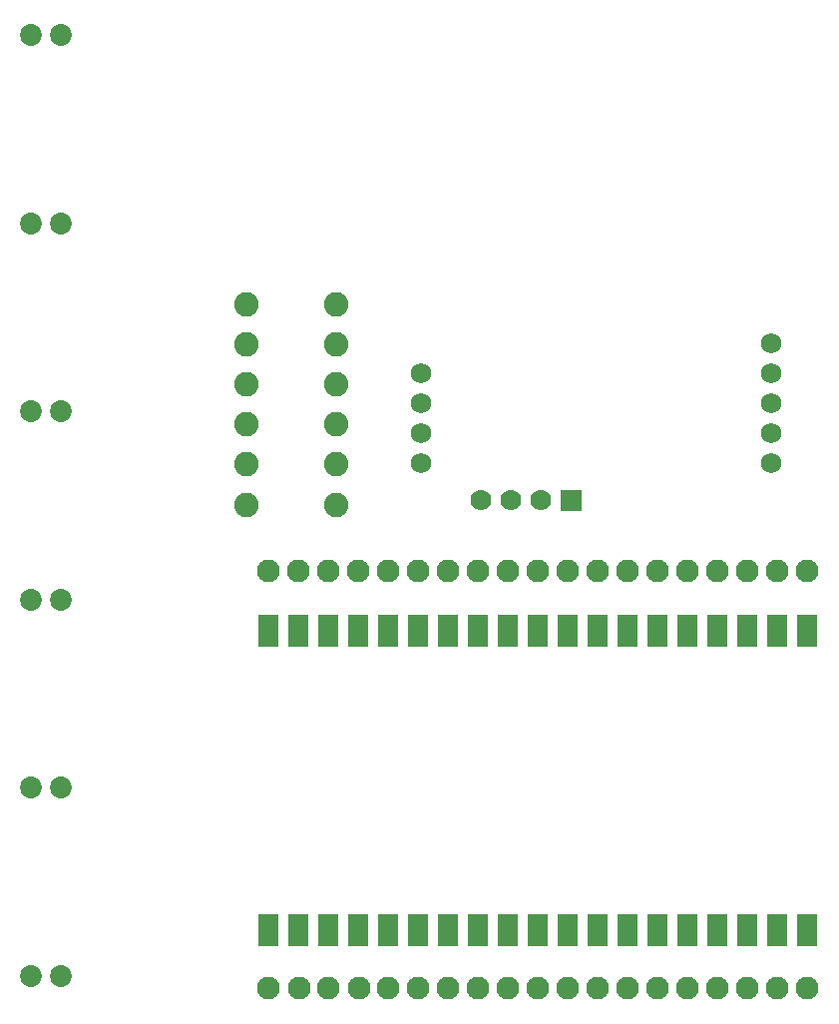
<source format=gbs>
G04 Layer: BottomSolderMaskLayer*
G04 EasyEDA v6.4.7, 2020-10-28T19:07:04+01:00*
G04 bb3374b6982d409485d2e8f05e856911,8ad6603aa9144f4486dc47fe7e0b0969,10*
G04 Gerber Generator version 0.2*
G04 Scale: 100 percent, Rotated: No, Reflected: No *
G04 Dimensions in millimeters *
G04 leading zeros omitted , absolute positions ,3 integer and 3 decimal *
%FSLAX33Y33*%
%MOMM*%
G90*
D02*

%ADD22C,1.727200*%
%ADD24C,1.778000*%
%ADD25C,2.082800*%
%ADD26C,1.933194*%
%ADD27C,1.854200*%
%ADD28R,1.727200X2.743200*%

%LPD*%
G54D22*
G01X41402Y52959D03*
G01X41402Y55499D03*
G01X41402Y58039D03*
G01X41402Y60579D03*
G01X71120Y52959D03*
G01X71120Y55499D03*
G01X71120Y58039D03*
G01X71120Y60579D03*
G01X71120Y63119D03*
G36*
G01X53213Y48895D02*
G01X53213Y50673D01*
G01X54991Y50673D01*
G01X54991Y48895D01*
G01X53213Y48895D01*
G37*
G54D24*
G01X51562Y49784D03*
G01X49022Y49784D03*
G01X46482Y49784D03*
G54D25*
G01X26543Y52806D03*
G01X34163Y52806D03*
G54D26*
G01X28448Y8382D03*
G01X30990Y8384D03*
G01X36070Y8384D03*
G01X33528Y8382D03*
G01X38608Y8382D03*
G01X41148Y8382D03*
G01X43688Y8382D03*
G01X46228Y8382D03*
G01X48768Y8382D03*
G01X51308Y8382D03*
G01X53848Y8382D03*
G01X56388Y8382D03*
G01X58928Y8382D03*
G01X61468Y8382D03*
G01X64008Y8382D03*
G01X66548Y8382D03*
G01X69088Y8382D03*
G01X71628Y8382D03*
G01X74168Y8382D03*
G01X74168Y43815D03*
G01X71625Y43812D03*
G01X66545Y43812D03*
G01X69088Y43815D03*
G01X64008Y43815D03*
G01X61468Y43815D03*
G01X58928Y43815D03*
G01X56388Y43815D03*
G01X53848Y43815D03*
G01X51308Y43815D03*
G01X48768Y43815D03*
G01X46228Y43815D03*
G01X43688Y43815D03*
G01X41148Y43815D03*
G01X38608Y43815D03*
G01X36068Y43815D03*
G01X33528Y43815D03*
G01X30988Y43815D03*
G01X28448Y43815D03*
G54D27*
G01X10795Y89243D03*
G01X8255Y89243D03*
G54D25*
G01X26543Y56210D03*
G01X34163Y56210D03*
G01X26543Y49403D03*
G01X34163Y49403D03*
G01X26543Y59613D03*
G01X34163Y59613D03*
G01X26543Y63017D03*
G01X34163Y63017D03*
G54D27*
G01X10795Y41350D03*
G01X8255Y41350D03*
G01X10795Y25385D03*
G01X8255Y25385D03*
G01X10795Y9421D03*
G01X8255Y9421D03*
G01X10795Y57314D03*
G01X8255Y57314D03*
G01X10795Y73279D03*
G01X8255Y73279D03*
G54D28*
G01X28448Y13335D03*
G01X30988Y13335D03*
G01X33528Y13335D03*
G01X36068Y13335D03*
G01X38608Y13335D03*
G01X41148Y13335D03*
G01X43688Y13335D03*
G01X46228Y13335D03*
G01X48768Y13335D03*
G01X51308Y13335D03*
G01X53848Y13335D03*
G01X56388Y13335D03*
G01X58928Y13335D03*
G01X61468Y13335D03*
G01X64008Y13335D03*
G01X66548Y13335D03*
G01X69088Y13335D03*
G01X71628Y13335D03*
G01X74168Y13335D03*
G01X28448Y38735D03*
G01X30988Y38735D03*
G01X33528Y38735D03*
G01X36068Y38735D03*
G01X38608Y38735D03*
G01X41148Y38735D03*
G01X43688Y38735D03*
G01X46228Y38735D03*
G01X48768Y38735D03*
G01X51308Y38735D03*
G01X53848Y38735D03*
G01X56388Y38735D03*
G01X58928Y38735D03*
G01X61468Y38735D03*
G01X64008Y38735D03*
G01X66548Y38735D03*
G01X69088Y38735D03*
G01X71628Y38735D03*
G01X74168Y38735D03*
G54D25*
G01X26543Y66421D03*
G01X34163Y66421D03*
M00*
M02*

</source>
